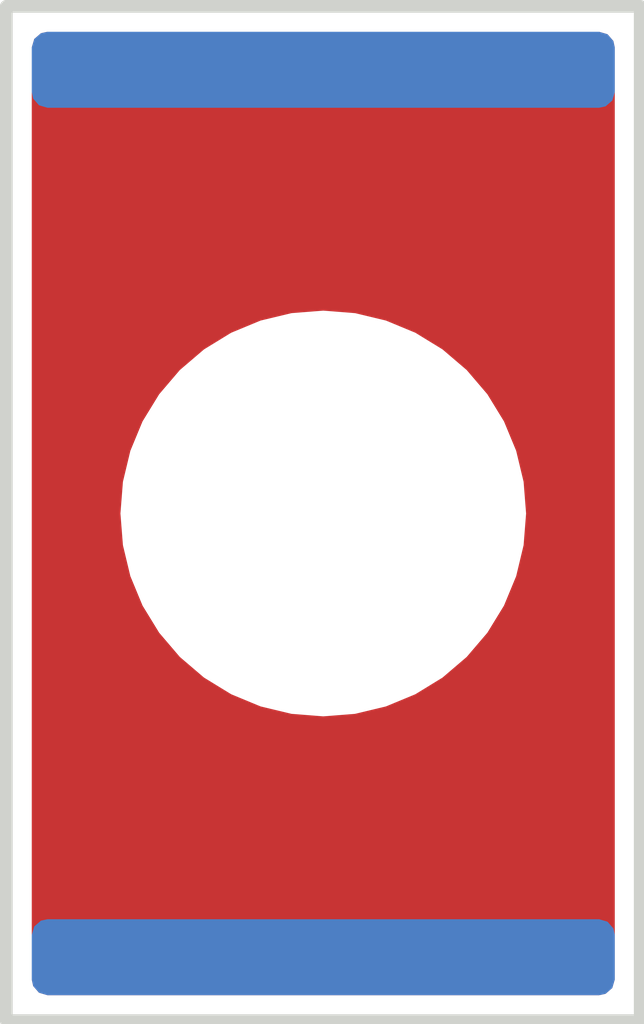
<source format=kicad_pcb>
(kicad_pcb (version 20221018) (generator pcbnew)
  (layers (0 "F.Cu" signal) (31 "B.Cu" signal) (34 "B.Paste" user) (35 "F.Paste" user) (36 "B.SilkS" user "B.Silkscreen") (37 "F.SilkS" user "F.Silkscreen") (38 "B.Mask" user) (39 "F.Mask" user) (44 "Edge.Cuts" user))
  (net 0 "")
  (footprint "feeder:logo-mask-inverted" (layer "F.Cu") (at 2.5 -4)
    (fp_text reference "G***" hide)
    (fp_text value "LOGO" hide)
    (zone (net 0) (net_name "") (layers "*.Cu") (connect_pads (clearance 0)) (min_thickness 0.25)
      (keepout (tracks not_allowed) (vias not_allowed) (pads not_allowed) (copperpour not_allowed) (footprints allowed))
      (fill (thermal_gap 0.5) (thermal_bridge_width 0.5))
      (polygon (pts (xy 4.1 -4) (xy 4.080301 -4.250295) (xy 4.02169 -4.494427) (xy 3.92561 -4.726385) (xy 3.794427 -4.940456) (xy 3.631371 -5.131371) (xy 3.440456 -5.294427) (xy 3.226385 -5.42561) (xy 2.994427 -5.52169) (xy 2.750295 -5.580301) (xy 2.5 -5.6) (xy 2.249705 -5.580301) (xy 2.005573 -5.52169) (xy 1.773615 -5.42561) (xy 1.559544 -5.294427) (xy 1.368629 -5.131371) (xy 1.205573 -4.940456) (xy 1.07439 -4.726385) (xy 0.97831 -4.494427) (xy 0.919699 -4.250295) (xy 0.9 -4) (xy 0.919699 -3.749705) (xy 0.97831 -3.505573) (xy 1.07439 -3.273615) (xy 1.205573 -3.059544) (xy 1.368629 -2.868629) (xy 1.559544 -2.705573) (xy 1.773615 -2.57439) (xy 2.005573 -2.47831) (xy 2.249705 -2.419699) (xy 2.5 -2.4) (xy 2.750295 -2.419699) (xy 2.994427 -2.47831) (xy 3.226385 -2.57439) (xy 3.440456 -2.705573) (xy 3.631371 -2.868629) (xy 3.794427 -3.059544) (xy 3.92561 -3.273615) (xy 4.02169 -3.505573) (xy 4.080301 -3.749705)))
    )
  )
  (gr_line (start 0 0) (end 5 0) (stroke (width 0.1)) (layer "Edge.Cuts"))
  (gr_line (start 0 -8) (end 0 0) (stroke (width 0.1)) (layer "Edge.Cuts"))
  (gr_line (start 5 0) (end 5 -8) (stroke (width 0.1)) (layer "Edge.Cuts"))
  (gr_line (start 0 -8) (end 5 -8) (stroke (width 0.1)) (layer "Edge.Cuts"))
  (zone (net 0) (net_name "") (layers "F&B.Cu") (connect_pads (clearance 0.508)) (min_thickness 0.25) (fill yes (thermal_gap 0.5) (thermal_bridge_width 0.5) (island_removal_mode 1) (island_area_min 10))
    (polygon (pts (xy 0 -8) (xy 5 -8) (xy 5 0) (xy 0 0)))
  )
  (zone (net 0) (net_name "") (layers "B.Cu" "B.Mask") (connect_pads (clearance 0)) (min_thickness 0.25)
    (keepout (tracks not_allowed) (vias not_allowed) (pads not_allowed) (copperpour not_allowed) (footprints allowed))
    (fill (thermal_gap 0.5) (thermal_bridge_width 0.5) (island_removal_mode 1) (island_area_min 10))
    (polygon (pts (xy 0 -7.2) (xy 5 -7.2) (xy 5 -0.8) (xy 0 -0.8)))
  )
)
</source>
